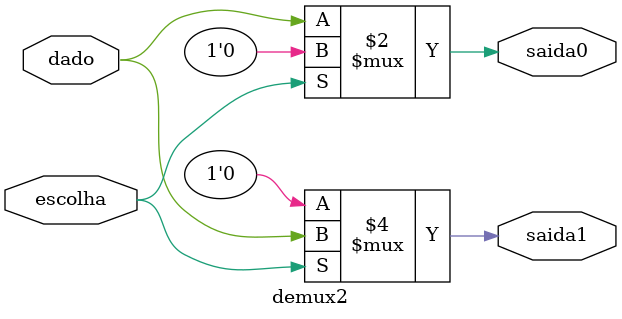
<source format=v>
module demux2(
	input dado,
	input escolha,
	output saida0,
	output saida1
);

assign saida0 = escolha==4'd0 ? dado : 1'b0;
assign saida1 = escolha==4'd1 ? dado : 1'b0;
endmodule
</source>
